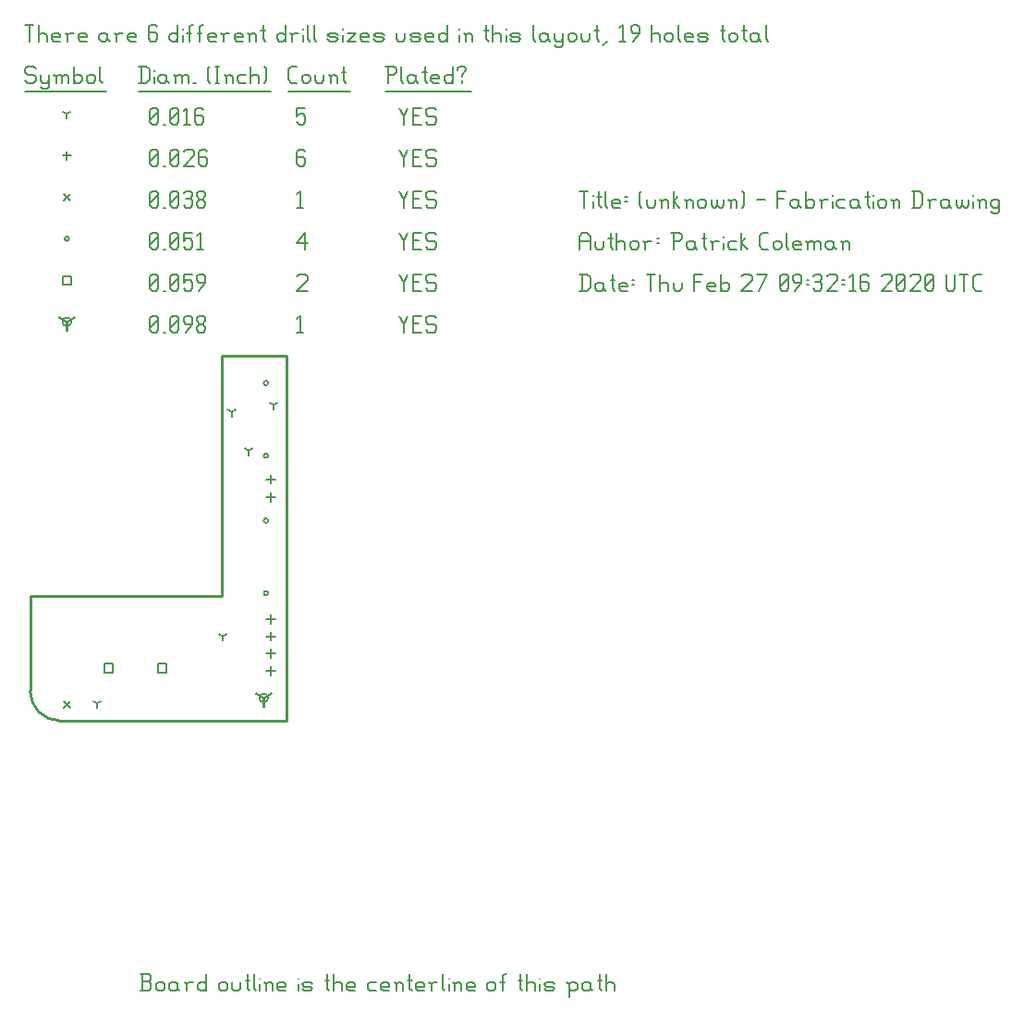
<source format=gbr>
G04 start of page 12 for group -3984 idx -3984 *
G04 Title: (unknown), fab *
G04 Creator: pcb 4.2.0 *
G04 CreationDate: Thu Feb 27 09:32:16 2020 UTC *
G04 For: blinken *
G04 Format: Gerber/RS-274X *
G04 PCB-Dimensions (mm): 65.00 56.00 *
G04 PCB-Coordinate-Origin: lower left *
%MOMM*%
%FSLAX43Y43*%
%LNFAB*%
%ADD68C,0.254*%
%ADD67C,0.191*%
%ADD66C,0.152*%
%ADD65C,0.002*%
%ADD64R,0.203X0.203*%
G54D64*X21850Y24400D02*Y23587D01*
G54D65*G36*
X21711Y24437D02*X22592Y24945D01*
X22693Y24769D01*
X21813Y24261D01*
X21711Y24437D01*
G37*
G36*
X21887Y24261D02*X21007Y24769D01*
X21108Y24945D01*
X21989Y24437D01*
X21887Y24261D01*
G37*
G54D64*X21444Y24400D02*G75*G03X22256Y24400I406J0D01*G01*
G75*G03X21444Y24400I-406J0D01*G01*
X3810Y58858D02*Y58045D01*
G54D65*G36*
X3671Y58895D02*X4552Y59403D01*
X4653Y59227D01*
X3773Y58719D01*
X3671Y58895D01*
G37*
G36*
X3847Y58719D02*X2967Y59227D01*
X3068Y59403D01*
X3949Y58895D01*
X3847Y58719D01*
G37*
G54D64*X3404Y58858D02*G75*G03X4216Y58858I406J0D01*G01*
G75*G03X3404Y58858I-406J0D01*G01*
G54D66*X34290Y59429D02*X34671Y58667D01*
X35052Y59429D01*
X34671Y58667D02*Y57905D01*
X35509Y58743D02*X36081D01*
X35509Y57905D02*X36271D01*
X35509Y59429D02*Y57905D01*
Y59429D02*X36271D01*
X37490D02*X37681Y59238D01*
X36919Y59429D02*X37490D01*
X36728Y59238D02*X36919Y59429D01*
X36728Y59238D02*Y58858D01*
X36919Y58667D01*
X37490D01*
X37681Y58476D01*
Y58096D01*
X37490Y57905D02*X37681Y58096D01*
X36919Y57905D02*X37490D01*
X36728Y58096D02*X36919Y57905D01*
X24892Y59124D02*X25197Y59429D01*
Y57905D01*
X24892D02*X25464D01*
X11430Y58096D02*X11620Y57905D01*
X11430Y59238D02*Y58096D01*
Y59238D02*X11620Y59429D01*
X12002D01*
X12192Y59238D01*
Y58096D01*
X12002Y57905D02*X12192Y58096D01*
X11620Y57905D02*X12002D01*
X11430Y58286D02*X12192Y59048D01*
X12649Y57905D02*X12840D01*
X13297Y58096D02*X13487Y57905D01*
X13297Y59238D02*Y58096D01*
Y59238D02*X13487Y59429D01*
X13868D01*
X14059Y59238D01*
Y58096D01*
X13868Y57905D02*X14059Y58096D01*
X13487Y57905D02*X13868D01*
X13297Y58286D02*X14059Y59048D01*
X14707Y57905D02*X15278Y58667D01*
Y59238D02*Y58667D01*
X15088Y59429D02*X15278Y59238D01*
X14707Y59429D02*X15088D01*
X14516Y59238D02*X14707Y59429D01*
X14516Y59238D02*Y58858D01*
X14707Y58667D01*
X15278D01*
X15735Y58096D02*X15926Y57905D01*
X15735Y58400D02*Y58096D01*
Y58400D02*X16002Y58667D01*
X16231D01*
X16497Y58400D01*
Y58096D01*
X16307Y57905D02*X16497Y58096D01*
X15926Y57905D02*X16307D01*
X15735Y58934D02*X16002Y58667D01*
X15735Y59238D02*Y58934D01*
Y59238D02*X15926Y59429D01*
X16307D01*
X16497Y59238D01*
Y58934D01*
X16231Y58667D02*X16497Y58934D01*
X12144Y27556D02*X12956D01*
X12144D02*Y26744D01*
X12956D01*
Y27556D02*Y26744D01*
X7244Y27556D02*X8056D01*
X7244D02*Y26744D01*
X8056D01*
Y27556D02*Y26744D01*
X3404Y63074D02*X4216D01*
X3404D02*Y62261D01*
X4216D01*
Y63074D02*Y62261D01*
X34290Y63239D02*X34671Y62477D01*
X35052Y63239D01*
X34671Y62477D02*Y61715D01*
X35509Y62553D02*X36081D01*
X35509Y61715D02*X36271D01*
X35509Y63239D02*Y61715D01*
Y63239D02*X36271D01*
X37490D02*X37681Y63048D01*
X36919Y63239D02*X37490D01*
X36728Y63048D02*X36919Y63239D01*
X36728Y63048D02*Y62668D01*
X36919Y62477D01*
X37490D01*
X37681Y62286D01*
Y61906D01*
X37490Y61715D02*X37681Y61906D01*
X36919Y61715D02*X37490D01*
X36728Y61906D02*X36919Y61715D01*
X24892Y63048D02*X25082Y63239D01*
X25654D01*
X25844Y63048D01*
Y62668D01*
X24892Y61715D02*X25844Y62668D01*
X24892Y61715D02*X25844D01*
X11430Y61906D02*X11620Y61715D01*
X11430Y63048D02*Y61906D01*
Y63048D02*X11620Y63239D01*
X12002D01*
X12192Y63048D01*
Y61906D01*
X12002Y61715D02*X12192Y61906D01*
X11620Y61715D02*X12002D01*
X11430Y62096D02*X12192Y62858D01*
X12649Y61715D02*X12840D01*
X13297Y61906D02*X13487Y61715D01*
X13297Y63048D02*Y61906D01*
Y63048D02*X13487Y63239D01*
X13868D01*
X14059Y63048D01*
Y61906D01*
X13868Y61715D02*X14059Y61906D01*
X13487Y61715D02*X13868D01*
X13297Y62096D02*X14059Y62858D01*
X14516Y63239D02*X15278D01*
X14516D02*Y62477D01*
X14707Y62668D01*
X15088D01*
X15278Y62477D01*
Y61906D01*
X15088Y61715D02*X15278Y61906D01*
X14707Y61715D02*X15088D01*
X14516Y61906D02*X14707Y61715D01*
X15926D02*X16497Y62477D01*
Y63048D02*Y62477D01*
X16307Y63239D02*X16497Y63048D01*
X15926Y63239D02*X16307D01*
X15735Y63048D02*X15926Y63239D01*
X15735Y63048D02*Y62668D01*
X15926Y62477D01*
X16497D01*
X21847Y34000D02*G75*G03X22253Y34000I203J0D01*G01*
G75*G03X21847Y34000I-203J0D01*G01*
Y40650D02*G75*G03X22253Y40650I203J0D01*G01*
G75*G03X21847Y40650I-203J0D01*G01*
Y46600D02*G75*G03X22253Y46600I203J0D01*G01*
G75*G03X21847Y46600I-203J0D01*G01*
Y53250D02*G75*G03X22253Y53250I203J0D01*G01*
G75*G03X21847Y53250I-203J0D01*G01*
X3607Y66478D02*G75*G03X4013Y66478I203J0D01*G01*
G75*G03X3607Y66478I-203J0D01*G01*
X34290Y67049D02*X34671Y66287D01*
X35052Y67049D01*
X34671Y66287D02*Y65525D01*
X35509Y66363D02*X36081D01*
X35509Y65525D02*X36271D01*
X35509Y67049D02*Y65525D01*
Y67049D02*X36271D01*
X37490D02*X37681Y66858D01*
X36919Y67049D02*X37490D01*
X36728Y66858D02*X36919Y67049D01*
X36728Y66858D02*Y66478D01*
X36919Y66287D01*
X37490D01*
X37681Y66096D01*
Y65716D01*
X37490Y65525D02*X37681Y65716D01*
X36919Y65525D02*X37490D01*
X36728Y65716D02*X36919Y65525D01*
X24892Y66096D02*X25654Y67049D01*
X24892Y66096D02*X25844D01*
X25654Y67049D02*Y65525D01*
X11430Y65716D02*X11620Y65525D01*
X11430Y66858D02*Y65716D01*
Y66858D02*X11620Y67049D01*
X12002D01*
X12192Y66858D01*
Y65716D01*
X12002Y65525D02*X12192Y65716D01*
X11620Y65525D02*X12002D01*
X11430Y65906D02*X12192Y66668D01*
X12649Y65525D02*X12840D01*
X13297Y65716D02*X13487Y65525D01*
X13297Y66858D02*Y65716D01*
Y66858D02*X13487Y67049D01*
X13868D01*
X14059Y66858D01*
Y65716D01*
X13868Y65525D02*X14059Y65716D01*
X13487Y65525D02*X13868D01*
X13297Y65906D02*X14059Y66668D01*
X14516Y67049D02*X15278D01*
X14516D02*Y66287D01*
X14707Y66478D01*
X15088D01*
X15278Y66287D01*
Y65716D01*
X15088Y65525D02*X15278Y65716D01*
X14707Y65525D02*X15088D01*
X14516Y65716D02*X14707Y65525D01*
X15735Y66744D02*X16040Y67049D01*
Y65525D01*
X15735D02*X16307D01*
X3495Y24105D02*X4105Y23495D01*
X3495D02*X4105Y24105D01*
X3505Y70592D02*X4115Y69983D01*
X3505D02*X4115Y70592D01*
X34290Y70859D02*X34671Y70097D01*
X35052Y70859D01*
X34671Y70097D02*Y69335D01*
X35509Y70173D02*X36081D01*
X35509Y69335D02*X36271D01*
X35509Y70859D02*Y69335D01*
Y70859D02*X36271D01*
X37490D02*X37681Y70668D01*
X36919Y70859D02*X37490D01*
X36728Y70668D02*X36919Y70859D01*
X36728Y70668D02*Y70288D01*
X36919Y70097D01*
X37490D01*
X37681Y69906D01*
Y69526D01*
X37490Y69335D02*X37681Y69526D01*
X36919Y69335D02*X37490D01*
X36728Y69526D02*X36919Y69335D01*
X24892Y70554D02*X25197Y70859D01*
Y69335D01*
X24892D02*X25464D01*
X11430Y69526D02*X11620Y69335D01*
X11430Y70668D02*Y69526D01*
Y70668D02*X11620Y70859D01*
X12002D01*
X12192Y70668D01*
Y69526D01*
X12002Y69335D02*X12192Y69526D01*
X11620Y69335D02*X12002D01*
X11430Y69716D02*X12192Y70478D01*
X12649Y69335D02*X12840D01*
X13297Y69526D02*X13487Y69335D01*
X13297Y70668D02*Y69526D01*
Y70668D02*X13487Y70859D01*
X13868D01*
X14059Y70668D01*
Y69526D01*
X13868Y69335D02*X14059Y69526D01*
X13487Y69335D02*X13868D01*
X13297Y69716D02*X14059Y70478D01*
X14516Y70668D02*X14707Y70859D01*
X15088D01*
X15278Y70668D01*
X15088Y69335D02*X15278Y69526D01*
X14707Y69335D02*X15088D01*
X14516Y69526D02*X14707Y69335D01*
Y70173D02*X15088D01*
X15278Y70668D02*Y70364D01*
Y69983D02*Y69526D01*
Y69983D02*X15088Y70173D01*
X15278Y70364D02*X15088Y70173D01*
X15735Y69526D02*X15926Y69335D01*
X15735Y69830D02*Y69526D01*
Y69830D02*X16002Y70097D01*
X16231D01*
X16497Y69830D01*
Y69526D01*
X16307Y69335D02*X16497Y69526D01*
X15926Y69335D02*X16307D01*
X15735Y70364D02*X16002Y70097D01*
X15735Y70668D02*Y70364D01*
Y70668D02*X15926Y70859D01*
X16307D01*
X16497Y70668D01*
Y70364D01*
X16231Y70097D02*X16497Y70364D01*
X22500Y27306D02*Y26494D01*
X22094Y26900D02*X22906D01*
X22500Y28906D02*Y28094D01*
X22094Y28500D02*X22906D01*
X22500Y30456D02*Y29644D01*
X22094Y30050D02*X22906D01*
X22500Y32006D02*Y31194D01*
X22094Y31600D02*X22906D01*
X22500Y43206D02*Y42394D01*
X22094Y42800D02*X22906D01*
X22500Y44856D02*Y44044D01*
X22094Y44450D02*X22906D01*
X3810Y74504D02*Y73691D01*
X3404Y74098D02*X4216D01*
X34290Y74669D02*X34671Y73907D01*
X35052Y74669D01*
X34671Y73907D02*Y73145D01*
X35509Y73983D02*X36081D01*
X35509Y73145D02*X36271D01*
X35509Y74669D02*Y73145D01*
Y74669D02*X36271D01*
X37490D02*X37681Y74478D01*
X36919Y74669D02*X37490D01*
X36728Y74478D02*X36919Y74669D01*
X36728Y74478D02*Y74098D01*
X36919Y73907D01*
X37490D01*
X37681Y73716D01*
Y73336D01*
X37490Y73145D02*X37681Y73336D01*
X36919Y73145D02*X37490D01*
X36728Y73336D02*X36919Y73145D01*
X25464Y74669D02*X25654Y74478D01*
X25082Y74669D02*X25464D01*
X24892Y74478D02*X25082Y74669D01*
X24892Y74478D02*Y73336D01*
X25082Y73145D01*
X25464Y73983D02*X25654Y73793D01*
X24892Y73983D02*X25464D01*
X25082Y73145D02*X25464D01*
X25654Y73336D01*
Y73793D02*Y73336D01*
X11430D02*X11620Y73145D01*
X11430Y74478D02*Y73336D01*
Y74478D02*X11620Y74669D01*
X12002D01*
X12192Y74478D01*
Y73336D01*
X12002Y73145D02*X12192Y73336D01*
X11620Y73145D02*X12002D01*
X11430Y73526D02*X12192Y74288D01*
X12649Y73145D02*X12840D01*
X13297Y73336D02*X13487Y73145D01*
X13297Y74478D02*Y73336D01*
Y74478D02*X13487Y74669D01*
X13868D01*
X14059Y74478D01*
Y73336D01*
X13868Y73145D02*X14059Y73336D01*
X13487Y73145D02*X13868D01*
X13297Y73526D02*X14059Y74288D01*
X14516Y74478D02*X14707Y74669D01*
X15278D01*
X15469Y74478D01*
Y74098D01*
X14516Y73145D02*X15469Y74098D01*
X14516Y73145D02*X15469D01*
X16497Y74669D02*X16688Y74478D01*
X16116Y74669D02*X16497D01*
X15926Y74478D02*X16116Y74669D01*
X15926Y74478D02*Y73336D01*
X16116Y73145D01*
X16497Y73983D02*X16688Y73793D01*
X15926Y73983D02*X16497D01*
X16116Y73145D02*X16497D01*
X16688Y73336D01*
Y73793D02*Y73336D01*
X18100Y30050D02*Y29644D01*
Y30050D02*X18452Y30253D01*
X18100Y30050D02*X17748Y30253D01*
X22750Y51250D02*Y50844D01*
Y51250D02*X23102Y51453D01*
X22750Y51250D02*X22398Y51453D01*
X18900Y50600D02*Y50194D01*
Y50600D02*X19252Y50803D01*
X18900Y50600D02*X18548Y50803D01*
X20450Y47050D02*Y46644D01*
Y47050D02*X20802Y47253D01*
X20450Y47050D02*X20098Y47253D01*
X6575Y23900D02*Y23494D01*
Y23900D02*X6927Y24103D01*
X6575Y23900D02*X6223Y24103D01*
X3810Y77908D02*Y77501D01*
Y77908D02*X4162Y78111D01*
X3810Y77908D02*X3458Y78111D01*
X34290Y78479D02*X34671Y77717D01*
X35052Y78479D01*
X34671Y77717D02*Y76955D01*
X35509Y77793D02*X36081D01*
X35509Y76955D02*X36271D01*
X35509Y78479D02*Y76955D01*
Y78479D02*X36271D01*
X37490D02*X37681Y78288D01*
X36919Y78479D02*X37490D01*
X36728Y78288D02*X36919Y78479D01*
X36728Y78288D02*Y77908D01*
X36919Y77717D01*
X37490D01*
X37681Y77526D01*
Y77146D01*
X37490Y76955D02*X37681Y77146D01*
X36919Y76955D02*X37490D01*
X36728Y77146D02*X36919Y76955D01*
X24892Y78479D02*X25654D01*
X24892D02*Y77717D01*
X25082Y77908D01*
X25464D01*
X25654Y77717D01*
Y77146D01*
X25464Y76955D02*X25654Y77146D01*
X25082Y76955D02*X25464D01*
X24892Y77146D02*X25082Y76955D01*
X11430Y77146D02*X11620Y76955D01*
X11430Y78288D02*Y77146D01*
Y78288D02*X11620Y78479D01*
X12002D01*
X12192Y78288D01*
Y77146D01*
X12002Y76955D02*X12192Y77146D01*
X11620Y76955D02*X12002D01*
X11430Y77336D02*X12192Y78098D01*
X12649Y76955D02*X12840D01*
X13297Y77146D02*X13487Y76955D01*
X13297Y78288D02*Y77146D01*
Y78288D02*X13487Y78479D01*
X13868D01*
X14059Y78288D01*
Y77146D01*
X13868Y76955D02*X14059Y77146D01*
X13487Y76955D02*X13868D01*
X13297Y77336D02*X14059Y78098D01*
X14516Y78174D02*X14821Y78479D01*
Y76955D01*
X14516D02*X15088D01*
X16116Y78479D02*X16307Y78288D01*
X15735Y78479D02*X16116D01*
X15545Y78288D02*X15735Y78479D01*
X15545Y78288D02*Y77146D01*
X15735Y76955D01*
X16116Y77793D02*X16307Y77603D01*
X15545Y77793D02*X16116D01*
X15735Y76955D02*X16116D01*
X16307Y77146D01*
Y77603D02*Y77146D01*
X762Y82289D02*X952Y82098D01*
X190Y82289D02*X762D01*
X0Y82098D02*X190Y82289D01*
X0Y82098D02*Y81718D01*
X190Y81527D01*
X762D01*
X952Y81336D01*
Y80956D01*
X762Y80765D02*X952Y80956D01*
X190Y80765D02*X762D01*
X0Y80956D02*X190Y80765D01*
X1410Y81527D02*Y80956D01*
X1600Y80765D01*
X2172Y81527D02*Y80384D01*
X1981Y80194D02*X2172Y80384D01*
X1600Y80194D02*X1981D01*
X1410Y80384D02*X1600Y80194D01*
Y80765D02*X1981D01*
X2172Y80956D01*
X2819Y81336D02*Y80765D01*
Y81336D02*X3010Y81527D01*
X3200D01*
X3391Y81336D01*
Y80765D01*
Y81336D02*X3581Y81527D01*
X3772D01*
X3962Y81336D01*
Y80765D01*
X2629Y81527D02*X2819Y81336D01*
X4420Y82289D02*Y80765D01*
Y80956D02*X4610Y80765D01*
X4991D01*
X5182Y80956D01*
Y81336D02*Y80956D01*
X4991Y81527D02*X5182Y81336D01*
X4610Y81527D02*X4991D01*
X4420Y81336D02*X4610Y81527D01*
X5639Y81336D02*Y80956D01*
Y81336D02*X5829Y81527D01*
X6210D01*
X6401Y81336D01*
Y80956D01*
X6210Y80765D02*X6401Y80956D01*
X5829Y80765D02*X6210D01*
X5639Y80956D02*X5829Y80765D01*
X6858Y82289D02*Y80956D01*
X7049Y80765D01*
X0Y79939D02*X7430D01*
X10604Y82289D02*Y80765D01*
X11100Y82289D02*X11366Y82022D01*
Y81032D01*
X11100Y80765D02*X11366Y81032D01*
X10414Y80765D02*X11100D01*
X10414Y82289D02*X11100D01*
G54D67*X11824Y81908D02*Y81870D01*
G54D66*Y81336D02*Y80765D01*
X12776Y81527D02*X12967Y81336D01*
X12395Y81527D02*X12776D01*
X12205Y81336D02*X12395Y81527D01*
X12205Y81336D02*Y80956D01*
X12395Y80765D01*
X12967Y81527D02*Y80956D01*
X13157Y80765D01*
X12395D02*X12776D01*
X12967Y80956D01*
X13805Y81336D02*Y80765D01*
Y81336D02*X13995Y81527D01*
X14186D01*
X14376Y81336D01*
Y80765D01*
Y81336D02*X14567Y81527D01*
X14757D01*
X14948Y81336D01*
Y80765D01*
X13614Y81527D02*X13805Y81336D01*
X15405Y80765D02*X15596D01*
X16739Y80956D02*X16929Y80765D01*
X16739Y82098D02*X16929Y82289D01*
X16739Y82098D02*Y80956D01*
X17386Y82289D02*X17767D01*
X17577D02*Y80765D01*
X17386D02*X17767D01*
X18415Y81336D02*Y80765D01*
Y81336D02*X18606Y81527D01*
X18796D01*
X18987Y81336D01*
Y80765D01*
X18225Y81527D02*X18415Y81336D01*
X19634Y81527D02*X20206D01*
X19444Y81336D02*X19634Y81527D01*
X19444Y81336D02*Y80956D01*
X19634Y80765D01*
X20206D01*
X20663Y82289D02*Y80765D01*
Y81336D02*X20853Y81527D01*
X21234D01*
X21425Y81336D01*
Y80765D01*
X21882Y82289D02*X22073Y82098D01*
Y80956D01*
X21882Y80765D02*X22073Y80956D01*
X10414Y79939D02*X22530D01*
X24397Y80765D02*X24892D01*
X24130Y81032D02*X24397Y80765D01*
X24130Y82022D02*Y81032D01*
Y82022D02*X24397Y82289D01*
X24892D01*
X25349Y81336D02*Y80956D01*
Y81336D02*X25540Y81527D01*
X25921D01*
X26111Y81336D01*
Y80956D01*
X25921Y80765D02*X26111Y80956D01*
X25540Y80765D02*X25921D01*
X25349Y80956D02*X25540Y80765D01*
X26568Y81527D02*Y80956D01*
X26759Y80765D01*
X27140D01*
X27330Y80956D01*
Y81527D02*Y80956D01*
X27978Y81336D02*Y80765D01*
Y81336D02*X28169Y81527D01*
X28359D01*
X28550Y81336D01*
Y80765D01*
X27788Y81527D02*X27978Y81336D01*
X29197Y82289D02*Y80956D01*
X29388Y80765D01*
X29007Y81718D02*X29388D01*
X24130Y79939D02*X29769D01*
X33210Y82289D02*Y80765D01*
X33020Y82289D02*X33782D01*
X33972Y82098D01*
Y81718D01*
X33782Y81527D02*X33972Y81718D01*
X33210Y81527D02*X33782D01*
X34430Y82289D02*Y80956D01*
X34620Y80765D01*
X35573Y81527D02*X35763Y81336D01*
X35192Y81527D02*X35573D01*
X35001Y81336D02*X35192Y81527D01*
X35001Y81336D02*Y80956D01*
X35192Y80765D01*
X35763Y81527D02*Y80956D01*
X35954Y80765D01*
X35192D02*X35573D01*
X35763Y80956D01*
X36601Y82289D02*Y80956D01*
X36792Y80765D01*
X36411Y81718D02*X36792D01*
X37363Y80765D02*X37935D01*
X37173Y80956D02*X37363Y80765D01*
X37173Y81336D02*Y80956D01*
Y81336D02*X37363Y81527D01*
X37744D01*
X37935Y81336D01*
X37173Y81146D02*X37935D01*
Y81336D02*Y81146D01*
X39154Y82289D02*Y80765D01*
X38964D02*X39154Y80956D01*
X38583Y80765D02*X38964D01*
X38392Y80956D02*X38583Y80765D01*
X38392Y81336D02*Y80956D01*
Y81336D02*X38583Y81527D01*
X38964D01*
X39154Y81336D01*
X39992Y81527D02*Y81336D01*
Y80956D02*Y80765D01*
X39611Y82098D02*Y81908D01*
Y82098D02*X39802Y82289D01*
X40183D01*
X40373Y82098D01*
Y81908D01*
X39992Y81527D02*X40373Y81908D01*
X33020Y79939D02*X40831D01*
X0Y86099D02*X762D01*
X381D02*Y84575D01*
X1219Y86099D02*Y84575D01*
Y85146D02*X1410Y85337D01*
X1791D01*
X1981Y85146D01*
Y84575D01*
X2629D02*X3200D01*
X2438Y84766D02*X2629Y84575D01*
X2438Y85146D02*Y84766D01*
Y85146D02*X2629Y85337D01*
X3010D01*
X3200Y85146D01*
X2438Y84956D02*X3200D01*
Y85146D02*Y84956D01*
X3848Y85146D02*Y84575D01*
Y85146D02*X4039Y85337D01*
X4420D01*
X3658D02*X3848Y85146D01*
X5067Y84575D02*X5639D01*
X4877Y84766D02*X5067Y84575D01*
X4877Y85146D02*Y84766D01*
Y85146D02*X5067Y85337D01*
X5448D01*
X5639Y85146D01*
X4877Y84956D02*X5639D01*
Y85146D02*Y84956D01*
X7353Y85337D02*X7544Y85146D01*
X6972Y85337D02*X7353D01*
X6782Y85146D02*X6972Y85337D01*
X6782Y85146D02*Y84766D01*
X6972Y84575D01*
X7544Y85337D02*Y84766D01*
X7734Y84575D01*
X6972D02*X7353D01*
X7544Y84766D01*
X8382Y85146D02*Y84575D01*
Y85146D02*X8573Y85337D01*
X8954D01*
X8192D02*X8382Y85146D01*
X9601Y84575D02*X10173D01*
X9411Y84766D02*X9601Y84575D01*
X9411Y85146D02*Y84766D01*
Y85146D02*X9601Y85337D01*
X9982D01*
X10173Y85146D01*
X9411Y84956D02*X10173D01*
Y85146D02*Y84956D01*
X11887Y86099D02*X12078Y85908D01*
X11506Y86099D02*X11887D01*
X11316Y85908D02*X11506Y86099D01*
X11316Y85908D02*Y84766D01*
X11506Y84575D01*
X11887Y85413D02*X12078Y85223D01*
X11316Y85413D02*X11887D01*
X11506Y84575D02*X11887D01*
X12078Y84766D01*
Y85223D02*Y84766D01*
X13983Y86099D02*Y84575D01*
X13792D02*X13983Y84766D01*
X13411Y84575D02*X13792D01*
X13221Y84766D02*X13411Y84575D01*
X13221Y85146D02*Y84766D01*
Y85146D02*X13411Y85337D01*
X13792D01*
X13983Y85146D01*
G54D67*X14440Y85718D02*Y85680D01*
G54D66*Y85146D02*Y84575D01*
X15011Y85908D02*Y84575D01*
Y85908D02*X15202Y86099D01*
X15392D01*
X14821Y85337D02*X15202D01*
X15964Y85908D02*Y84575D01*
Y85908D02*X16154Y86099D01*
X16345D01*
X15773Y85337D02*X16154D01*
X16916Y84575D02*X17488D01*
X16726Y84766D02*X16916Y84575D01*
X16726Y85146D02*Y84766D01*
Y85146D02*X16916Y85337D01*
X17297D01*
X17488Y85146D01*
X16726Y84956D02*X17488D01*
Y85146D02*Y84956D01*
X18136Y85146D02*Y84575D01*
Y85146D02*X18326Y85337D01*
X18707D01*
X17945D02*X18136Y85146D01*
X19355Y84575D02*X19926D01*
X19164Y84766D02*X19355Y84575D01*
X19164Y85146D02*Y84766D01*
Y85146D02*X19355Y85337D01*
X19736D01*
X19926Y85146D01*
X19164Y84956D02*X19926D01*
Y85146D02*Y84956D01*
X20574Y85146D02*Y84575D01*
Y85146D02*X20765Y85337D01*
X20955D01*
X21146Y85146D01*
Y84575D01*
X20384Y85337D02*X20574Y85146D01*
X21793Y86099D02*Y84766D01*
X21984Y84575D01*
X21603Y85528D02*X21984D01*
X23813Y86099D02*Y84575D01*
X23622D02*X23813Y84766D01*
X23241Y84575D02*X23622D01*
X23051Y84766D02*X23241Y84575D01*
X23051Y85146D02*Y84766D01*
Y85146D02*X23241Y85337D01*
X23622D01*
X23813Y85146D01*
X24460D02*Y84575D01*
Y85146D02*X24651Y85337D01*
X25032D01*
X24270D02*X24460Y85146D01*
G54D67*X25489Y85718D02*Y85680D01*
G54D66*Y85146D02*Y84575D01*
X25870Y86099D02*Y84766D01*
X26060Y84575D01*
X26441Y86099D02*Y84766D01*
X26632Y84575D01*
X27889D02*X28461D01*
X28651Y84766D01*
X28461Y84956D02*X28651Y84766D01*
X27889Y84956D02*X28461D01*
X27699Y85146D02*X27889Y84956D01*
X27699Y85146D02*X27889Y85337D01*
X28461D01*
X28651Y85146D01*
X27699Y84766D02*X27889Y84575D01*
G54D67*X29108Y85718D02*Y85680D01*
G54D66*Y85146D02*Y84575D01*
X29489Y85337D02*X30251D01*
X29489Y84575D02*X30251Y85337D01*
X29489Y84575D02*X30251D01*
X30899D02*X31471D01*
X30709Y84766D02*X30899Y84575D01*
X30709Y85146D02*Y84766D01*
Y85146D02*X30899Y85337D01*
X31280D01*
X31471Y85146D01*
X30709Y84956D02*X31471D01*
Y85146D02*Y84956D01*
X32118Y84575D02*X32690D01*
X32880Y84766D01*
X32690Y84956D02*X32880Y84766D01*
X32118Y84956D02*X32690D01*
X31928Y85146D02*X32118Y84956D01*
X31928Y85146D02*X32118Y85337D01*
X32690D01*
X32880Y85146D01*
X31928Y84766D02*X32118Y84575D01*
X34023Y85337D02*Y84766D01*
X34214Y84575D01*
X34595D01*
X34785Y84766D01*
Y85337D02*Y84766D01*
X35433Y84575D02*X36005D01*
X36195Y84766D01*
X36005Y84956D02*X36195Y84766D01*
X35433Y84956D02*X36005D01*
X35243Y85146D02*X35433Y84956D01*
X35243Y85146D02*X35433Y85337D01*
X36005D01*
X36195Y85146D01*
X35243Y84766D02*X35433Y84575D01*
X36843D02*X37414D01*
X36652Y84766D02*X36843Y84575D01*
X36652Y85146D02*Y84766D01*
Y85146D02*X36843Y85337D01*
X37224D01*
X37414Y85146D01*
X36652Y84956D02*X37414D01*
Y85146D02*Y84956D01*
X38633Y86099D02*Y84575D01*
X38443D02*X38633Y84766D01*
X38062Y84575D02*X38443D01*
X37871Y84766D02*X38062Y84575D01*
X37871Y85146D02*Y84766D01*
Y85146D02*X38062Y85337D01*
X38443D01*
X38633Y85146D01*
G54D67*X39776Y85718D02*Y85680D01*
G54D66*Y85146D02*Y84575D01*
X40348Y85146D02*Y84575D01*
Y85146D02*X40538Y85337D01*
X40729D01*
X40919Y85146D01*
Y84575D01*
X40157Y85337D02*X40348Y85146D01*
X42253Y86099D02*Y84766D01*
X42443Y84575D01*
X42062Y85528D02*X42443D01*
X42824Y86099D02*Y84575D01*
Y85146D02*X43015Y85337D01*
X43396D01*
X43586Y85146D01*
Y84575D01*
G54D67*X44044Y85718D02*Y85680D01*
G54D66*Y85146D02*Y84575D01*
X44615D02*X45187D01*
X45377Y84766D01*
X45187Y84956D02*X45377Y84766D01*
X44615Y84956D02*X45187D01*
X44425Y85146D02*X44615Y84956D01*
X44425Y85146D02*X44615Y85337D01*
X45187D01*
X45377Y85146D01*
X44425Y84766D02*X44615Y84575D01*
X46520Y86099D02*Y84766D01*
X46711Y84575D01*
X47663Y85337D02*X47854Y85146D01*
X47282Y85337D02*X47663D01*
X47092Y85146D02*X47282Y85337D01*
X47092Y85146D02*Y84766D01*
X47282Y84575D01*
X47854Y85337D02*Y84766D01*
X48044Y84575D01*
X47282D02*X47663D01*
X47854Y84766D01*
X48501Y85337D02*Y84766D01*
X48692Y84575D01*
X49263Y85337D02*Y84194D01*
X49073Y84004D02*X49263Y84194D01*
X48692Y84004D02*X49073D01*
X48501Y84194D02*X48692Y84004D01*
Y84575D02*X49073D01*
X49263Y84766D01*
X49721Y85146D02*Y84766D01*
Y85146D02*X49911Y85337D01*
X50292D01*
X50483Y85146D01*
Y84766D01*
X50292Y84575D02*X50483Y84766D01*
X49911Y84575D02*X50292D01*
X49721Y84766D02*X49911Y84575D01*
X50940Y85337D02*Y84766D01*
X51130Y84575D01*
X51511D01*
X51702Y84766D01*
Y85337D02*Y84766D01*
X52349Y86099D02*Y84766D01*
X52540Y84575D01*
X52159Y85528D02*X52540D01*
X52921Y84194D02*X53302Y84575D01*
X54445Y85794D02*X54750Y86099D01*
Y84575D01*
X54445D02*X55016D01*
X55664D02*X56236Y85337D01*
Y85908D02*Y85337D01*
X56045Y86099D02*X56236Y85908D01*
X55664Y86099D02*X56045D01*
X55474Y85908D02*X55664Y86099D01*
X55474Y85908D02*Y85528D01*
X55664Y85337D01*
X56236D01*
X57379Y86099D02*Y84575D01*
Y85146D02*X57569Y85337D01*
X57950D01*
X58141Y85146D01*
Y84575D01*
X58598Y85146D02*Y84766D01*
Y85146D02*X58788Y85337D01*
X59169D01*
X59360Y85146D01*
Y84766D01*
X59169Y84575D02*X59360Y84766D01*
X58788Y84575D02*X59169D01*
X58598Y84766D02*X58788Y84575D01*
X59817Y86099D02*Y84766D01*
X60008Y84575D01*
X60579D02*X61151D01*
X60389Y84766D02*X60579Y84575D01*
X60389Y85146D02*Y84766D01*
Y85146D02*X60579Y85337D01*
X60960D01*
X61151Y85146D01*
X60389Y84956D02*X61151D01*
Y85146D02*Y84956D01*
X61798Y84575D02*X62370D01*
X62560Y84766D01*
X62370Y84956D02*X62560Y84766D01*
X61798Y84956D02*X62370D01*
X61608Y85146D02*X61798Y84956D01*
X61608Y85146D02*X61798Y85337D01*
X62370D01*
X62560Y85146D01*
X61608Y84766D02*X61798Y84575D01*
X63894Y86099D02*Y84766D01*
X64084Y84575D01*
X63703Y85528D02*X64084D01*
X64465Y85146D02*Y84766D01*
Y85146D02*X64656Y85337D01*
X65037D01*
X65227Y85146D01*
Y84766D01*
X65037Y84575D02*X65227Y84766D01*
X64656Y84575D02*X65037D01*
X64465Y84766D02*X64656Y84575D01*
X65875Y86099D02*Y84766D01*
X66065Y84575D01*
X65684Y85528D02*X66065D01*
X67018Y85337D02*X67208Y85146D01*
X66637Y85337D02*X67018D01*
X66446Y85146D02*X66637Y85337D01*
X66446Y85146D02*Y84766D01*
X66637Y84575D01*
X67208Y85337D02*Y84766D01*
X67399Y84575D01*
X66637D02*X67018D01*
X67208Y84766D01*
X67856Y86099D02*Y84766D01*
X68047Y84575D01*
G54D68*X18050Y55750D02*Y39400D01*
Y55750D02*X23950D01*
X3050Y22300D02*X23900D01*
X23950Y55750D02*Y22300D01*
X18050Y39350D02*Y33700D01*
X450D01*
Y25100D02*Y33700D01*
Y25050D02*G75*G03X3200Y22300I2750J0D01*G01*
G54D66*X10573Y-2413D02*X11335D01*
X11526Y-2222D01*
Y-1765D02*Y-2222D01*
X11335Y-1575D02*X11526Y-1765D01*
X10764Y-1575D02*X11335D01*
X10764Y-889D02*Y-2413D01*
X10573Y-889D02*X11335D01*
X11526Y-1080D01*
Y-1384D01*
X11335Y-1575D02*X11526Y-1384D01*
X11983Y-1842D02*Y-2222D01*
Y-1842D02*X12174Y-1651D01*
X12555D01*
X12745Y-1842D01*
Y-2222D01*
X12555Y-2413D02*X12745Y-2222D01*
X12174Y-2413D02*X12555D01*
X11983Y-2222D02*X12174Y-2413D01*
X13774Y-1651D02*X13964Y-1842D01*
X13393Y-1651D02*X13774D01*
X13202Y-1842D02*X13393Y-1651D01*
X13202Y-1842D02*Y-2222D01*
X13393Y-2413D01*
X13964Y-1651D02*Y-2222D01*
X14155Y-2413D01*
X13393D02*X13774D01*
X13964Y-2222D01*
X14803Y-1842D02*Y-2413D01*
Y-1842D02*X14993Y-1651D01*
X15374D01*
X14612D02*X14803Y-1842D01*
X16593Y-889D02*Y-2413D01*
X16403D02*X16593Y-2222D01*
X16022Y-2413D02*X16403D01*
X15831Y-2222D02*X16022Y-2413D01*
X15831Y-1842D02*Y-2222D01*
Y-1842D02*X16022Y-1651D01*
X16403D01*
X16593Y-1842D01*
X17736D02*Y-2222D01*
Y-1842D02*X17927Y-1651D01*
X18308D01*
X18498Y-1842D01*
Y-2222D01*
X18308Y-2413D02*X18498Y-2222D01*
X17927Y-2413D02*X18308D01*
X17736Y-2222D02*X17927Y-2413D01*
X18955Y-1651D02*Y-2222D01*
X19146Y-2413D01*
X19527D01*
X19717Y-2222D01*
Y-1651D02*Y-2222D01*
X20365Y-889D02*Y-2222D01*
X20556Y-2413D01*
X20175Y-1460D02*X20556D01*
X20937Y-889D02*Y-2222D01*
X21127Y-2413D01*
G54D67*X21508Y-1270D02*Y-1308D01*
G54D66*Y-1842D02*Y-2413D01*
X22080Y-1842D02*Y-2413D01*
Y-1842D02*X22270Y-1651D01*
X22461D01*
X22651Y-1842D01*
Y-2413D01*
X21889Y-1651D02*X22080Y-1842D01*
X23299Y-2413D02*X23870D01*
X23108Y-2222D02*X23299Y-2413D01*
X23108Y-1842D02*Y-2222D01*
Y-1842D02*X23299Y-1651D01*
X23680D01*
X23870Y-1842D01*
X23108Y-2032D02*X23870D01*
Y-1842D02*Y-2032D01*
G54D67*X25013Y-1270D02*Y-1308D01*
G54D66*Y-1842D02*Y-2413D01*
X25585D02*X26156D01*
X26347Y-2222D01*
X26156Y-2032D02*X26347Y-2222D01*
X25585Y-2032D02*X26156D01*
X25394Y-1842D02*X25585Y-2032D01*
X25394Y-1842D02*X25585Y-1651D01*
X26156D01*
X26347Y-1842D01*
X25394Y-2222D02*X25585Y-2413D01*
X27680Y-889D02*Y-2222D01*
X27871Y-2413D01*
X27490Y-1460D02*X27871D01*
X28252Y-889D02*Y-2413D01*
Y-1842D02*X28442Y-1651D01*
X28823D01*
X29014Y-1842D01*
Y-2413D01*
X29662D02*X30233D01*
X29471Y-2222D02*X29662Y-2413D01*
X29471Y-1842D02*Y-2222D01*
Y-1842D02*X29662Y-1651D01*
X30043D01*
X30233Y-1842D01*
X29471Y-2032D02*X30233D01*
Y-1842D02*Y-2032D01*
X31567Y-1651D02*X32138D01*
X31376Y-1842D02*X31567Y-1651D01*
X31376Y-1842D02*Y-2222D01*
X31567Y-2413D01*
X32138D01*
X32786D02*X33357D01*
X32595Y-2222D02*X32786Y-2413D01*
X32595Y-1842D02*Y-2222D01*
Y-1842D02*X32786Y-1651D01*
X33167D01*
X33357Y-1842D01*
X32595Y-2032D02*X33357D01*
Y-1842D02*Y-2032D01*
X34005Y-1842D02*Y-2413D01*
Y-1842D02*X34195Y-1651D01*
X34386D01*
X34576Y-1842D01*
Y-2413D01*
X33814Y-1651D02*X34005Y-1842D01*
X35224Y-889D02*Y-2222D01*
X35415Y-2413D01*
X35034Y-1460D02*X35415D01*
X35986Y-2413D02*X36558D01*
X35796Y-2222D02*X35986Y-2413D01*
X35796Y-1842D02*Y-2222D01*
Y-1842D02*X35986Y-1651D01*
X36367D01*
X36558Y-1842D01*
X35796Y-2032D02*X36558D01*
Y-1842D02*Y-2032D01*
X37205Y-1842D02*Y-2413D01*
Y-1842D02*X37396Y-1651D01*
X37777D01*
X37015D02*X37205Y-1842D01*
X38234Y-889D02*Y-2222D01*
X38425Y-2413D01*
G54D67*X38806Y-1270D02*Y-1308D01*
G54D66*Y-1842D02*Y-2413D01*
X39377Y-1842D02*Y-2413D01*
Y-1842D02*X39568Y-1651D01*
X39758D01*
X39949Y-1842D01*
Y-2413D01*
X39187Y-1651D02*X39377Y-1842D01*
X40596Y-2413D02*X41168D01*
X40406Y-2222D02*X40596Y-2413D01*
X40406Y-1842D02*Y-2222D01*
Y-1842D02*X40596Y-1651D01*
X40977D01*
X41168Y-1842D01*
X40406Y-2032D02*X41168D01*
Y-1842D02*Y-2032D01*
X42311Y-1842D02*Y-2222D01*
Y-1842D02*X42501Y-1651D01*
X42882D01*
X43073Y-1842D01*
Y-2222D01*
X42882Y-2413D02*X43073Y-2222D01*
X42501Y-2413D02*X42882D01*
X42311Y-2222D02*X42501Y-2413D01*
X43720Y-1080D02*Y-2413D01*
Y-1080D02*X43911Y-889D01*
X44101D01*
X43530Y-1651D02*X43911D01*
X45359Y-889D02*Y-2222D01*
X45549Y-2413D01*
X45168Y-1460D02*X45549D01*
X45930Y-889D02*Y-2413D01*
Y-1842D02*X46121Y-1651D01*
X46502D01*
X46692Y-1842D01*
Y-2413D01*
G54D67*X47149Y-1270D02*Y-1308D01*
G54D66*Y-1842D02*Y-2413D01*
X47721D02*X48292D01*
X48483Y-2222D01*
X48292Y-2032D02*X48483Y-2222D01*
X47721Y-2032D02*X48292D01*
X47530Y-1842D02*X47721Y-2032D01*
X47530Y-1842D02*X47721Y-1651D01*
X48292D01*
X48483Y-1842D01*
X47530Y-2222D02*X47721Y-2413D01*
X49816Y-1842D02*Y-2984D01*
X49626Y-1651D02*X49816Y-1842D01*
X50007Y-1651D01*
X50388D01*
X50578Y-1842D01*
Y-2222D01*
X50388Y-2413D02*X50578Y-2222D01*
X50007Y-2413D02*X50388D01*
X49816Y-2222D02*X50007Y-2413D01*
X51607Y-1651D02*X51798Y-1842D01*
X51226Y-1651D02*X51607D01*
X51036Y-1842D02*X51226Y-1651D01*
X51036Y-1842D02*Y-2222D01*
X51226Y-2413D01*
X51798Y-1651D02*Y-2222D01*
X51988Y-2413D01*
X51226D02*X51607D01*
X51798Y-2222D01*
X52636Y-889D02*Y-2222D01*
X52826Y-2413D01*
X52445Y-1460D02*X52826D01*
X53207Y-889D02*Y-2413D01*
Y-1842D02*X53398Y-1651D01*
X53779D01*
X53969Y-1842D01*
Y-2413D01*
X50990Y63239D02*Y61715D01*
X51486Y63239D02*X51752Y62972D01*
Y61982D01*
X51486Y61715D02*X51752Y61982D01*
X50800Y61715D02*X51486D01*
X50800Y63239D02*X51486D01*
X52781Y62477D02*X52972Y62286D01*
X52400Y62477D02*X52781D01*
X52210Y62286D02*X52400Y62477D01*
X52210Y62286D02*Y61906D01*
X52400Y61715D01*
X52972Y62477D02*Y61906D01*
X53162Y61715D01*
X52400D02*X52781D01*
X52972Y61906D01*
X53810Y63239D02*Y61906D01*
X54000Y61715D01*
X53619Y62668D02*X54000D01*
X54572Y61715D02*X55143D01*
X54381Y61906D02*X54572Y61715D01*
X54381Y62286D02*Y61906D01*
Y62286D02*X54572Y62477D01*
X54953D01*
X55143Y62286D01*
X54381Y62096D02*X55143D01*
Y62286D02*Y62096D01*
X55601Y62668D02*X55791D01*
X55601Y62286D02*X55791D01*
X56934Y63239D02*X57696D01*
X57315D02*Y61715D01*
X58153Y63239D02*Y61715D01*
Y62286D02*X58344Y62477D01*
X58725D01*
X58915Y62286D01*
Y61715D01*
X59373Y62477D02*Y61906D01*
X59563Y61715D01*
X59944D01*
X60135Y61906D01*
Y62477D02*Y61906D01*
X61278Y63239D02*Y61715D01*
Y63239D02*X62040D01*
X61278Y62553D02*X61849D01*
X62687Y61715D02*X63259D01*
X62497Y61906D02*X62687Y61715D01*
X62497Y62286D02*Y61906D01*
Y62286D02*X62687Y62477D01*
X63068D01*
X63259Y62286D01*
X62497Y62096D02*X63259D01*
Y62286D02*Y62096D01*
X63716Y63239D02*Y61715D01*
Y61906D02*X63906Y61715D01*
X64287D01*
X64478Y61906D01*
Y62286D02*Y61906D01*
X64287Y62477D02*X64478Y62286D01*
X63906Y62477D02*X64287D01*
X63716Y62286D02*X63906Y62477D01*
X65621Y63048D02*X65811Y63239D01*
X66383D01*
X66573Y63048D01*
Y62668D01*
X65621Y61715D02*X66573Y62668D01*
X65621Y61715D02*X66573D01*
X67221D02*X67983Y63239D01*
X67031D02*X67983D01*
X69126Y61906D02*X69317Y61715D01*
X69126Y63048D02*Y61906D01*
Y63048D02*X69317Y63239D01*
X69698D01*
X69888Y63048D01*
Y61906D01*
X69698Y61715D02*X69888Y61906D01*
X69317Y61715D02*X69698D01*
X69126Y62096D02*X69888Y62858D01*
X70536Y61715D02*X71107Y62477D01*
Y63048D02*Y62477D01*
X70917Y63239D02*X71107Y63048D01*
X70536Y63239D02*X70917D01*
X70345Y63048D02*X70536Y63239D01*
X70345Y63048D02*Y62668D01*
X70536Y62477D01*
X71107D01*
X71565Y62668D02*X71755D01*
X71565Y62286D02*X71755D01*
X72212Y63048D02*X72403Y63239D01*
X72784D01*
X72974Y63048D01*
X72784Y61715D02*X72974Y61906D01*
X72403Y61715D02*X72784D01*
X72212Y61906D02*X72403Y61715D01*
Y62553D02*X72784D01*
X72974Y63048D02*Y62744D01*
Y62363D02*Y61906D01*
Y62363D02*X72784Y62553D01*
X72974Y62744D02*X72784Y62553D01*
X73431Y63048D02*X73622Y63239D01*
X74193D01*
X74384Y63048D01*
Y62668D01*
X73431Y61715D02*X74384Y62668D01*
X73431Y61715D02*X74384D01*
X74841Y62668D02*X75032D01*
X74841Y62286D02*X75032D01*
X75489Y62934D02*X75794Y63239D01*
Y61715D01*
X75489D02*X76060D01*
X77089Y63239D02*X77280Y63048D01*
X76708Y63239D02*X77089D01*
X76518Y63048D02*X76708Y63239D01*
X76518Y63048D02*Y61906D01*
X76708Y61715D01*
X77089Y62553D02*X77280Y62363D01*
X76518Y62553D02*X77089D01*
X76708Y61715D02*X77089D01*
X77280Y61906D01*
Y62363D02*Y61906D01*
X78423Y63048D02*X78613Y63239D01*
X79185D01*
X79375Y63048D01*
Y62668D01*
X78423Y61715D02*X79375Y62668D01*
X78423Y61715D02*X79375D01*
X79832Y61906D02*X80023Y61715D01*
X79832Y63048D02*Y61906D01*
Y63048D02*X80023Y63239D01*
X80404D01*
X80594Y63048D01*
Y61906D01*
X80404Y61715D02*X80594Y61906D01*
X80023Y61715D02*X80404D01*
X79832Y62096D02*X80594Y62858D01*
X81051Y63048D02*X81242Y63239D01*
X81813D01*
X82004Y63048D01*
Y62668D01*
X81051Y61715D02*X82004Y62668D01*
X81051Y61715D02*X82004D01*
X82461Y61906D02*X82652Y61715D01*
X82461Y63048D02*Y61906D01*
Y63048D02*X82652Y63239D01*
X83033D01*
X83223Y63048D01*
Y61906D01*
X83033Y61715D02*X83223Y61906D01*
X82652Y61715D02*X83033D01*
X82461Y62096D02*X83223Y62858D01*
X84366Y63239D02*Y61906D01*
X84557Y61715D01*
X84938D01*
X85128Y61906D01*
Y63239D02*Y61906D01*
X85585Y63239D02*X86347D01*
X85966D02*Y61715D01*
X87071D02*X87567D01*
X86805Y61982D02*X87071Y61715D01*
X86805Y62972D02*Y61982D01*
Y62972D02*X87071Y63239D01*
X87567D01*
X50800Y66668D02*Y65525D01*
Y66668D02*X51067Y67049D01*
X51486D01*
X51752Y66668D01*
Y65525D01*
X50800Y66287D02*X51752D01*
X52210D02*Y65716D01*
X52400Y65525D01*
X52781D01*
X52972Y65716D01*
Y66287D02*Y65716D01*
X53619Y67049D02*Y65716D01*
X53810Y65525D01*
X53429Y66478D02*X53810D01*
X54191Y67049D02*Y65525D01*
Y66096D02*X54381Y66287D01*
X54762D01*
X54953Y66096D01*
Y65525D01*
X55410Y66096D02*Y65716D01*
Y66096D02*X55601Y66287D01*
X55982D01*
X56172Y66096D01*
Y65716D01*
X55982Y65525D02*X56172Y65716D01*
X55601Y65525D02*X55982D01*
X55410Y65716D02*X55601Y65525D01*
X56820Y66096D02*Y65525D01*
Y66096D02*X57010Y66287D01*
X57391D01*
X56629D02*X56820Y66096D01*
X57849Y66478D02*X58039D01*
X57849Y66096D02*X58039D01*
X59373Y67049D02*Y65525D01*
X59182Y67049D02*X59944D01*
X60135Y66858D01*
Y66478D01*
X59944Y66287D02*X60135Y66478D01*
X59373Y66287D02*X59944D01*
X61163D02*X61354Y66096D01*
X60782Y66287D02*X61163D01*
X60592Y66096D02*X60782Y66287D01*
X60592Y66096D02*Y65716D01*
X60782Y65525D01*
X61354Y66287D02*Y65716D01*
X61544Y65525D01*
X60782D02*X61163D01*
X61354Y65716D01*
X62192Y67049D02*Y65716D01*
X62382Y65525D01*
X62001Y66478D02*X62382D01*
X62954Y66096D02*Y65525D01*
Y66096D02*X63144Y66287D01*
X63525D01*
X62763D02*X62954Y66096D01*
G54D67*X63983Y66668D02*Y66630D01*
G54D66*Y66096D02*Y65525D01*
X64554Y66287D02*X65126D01*
X64364Y66096D02*X64554Y66287D01*
X64364Y66096D02*Y65716D01*
X64554Y65525D01*
X65126D01*
X65583Y67049D02*Y65525D01*
Y66096D02*X66154Y65525D01*
X65583Y66096D02*X65964Y66478D01*
X67564Y65525D02*X68059D01*
X67297Y65792D02*X67564Y65525D01*
X67297Y66782D02*Y65792D01*
Y66782D02*X67564Y67049D01*
X68059D01*
X68517Y66096D02*Y65716D01*
Y66096D02*X68707Y66287D01*
X69088D01*
X69279Y66096D01*
Y65716D01*
X69088Y65525D02*X69279Y65716D01*
X68707Y65525D02*X69088D01*
X68517Y65716D02*X68707Y65525D01*
X69736Y67049D02*Y65716D01*
X69926Y65525D01*
X70498D02*X71069D01*
X70307Y65716D02*X70498Y65525D01*
X70307Y66096D02*Y65716D01*
Y66096D02*X70498Y66287D01*
X70879D01*
X71069Y66096D01*
X70307Y65906D02*X71069D01*
Y66096D02*Y65906D01*
X71717Y66096D02*Y65525D01*
Y66096D02*X71907Y66287D01*
X72098D01*
X72288Y66096D01*
Y65525D01*
Y66096D02*X72479Y66287D01*
X72669D01*
X72860Y66096D01*
Y65525D01*
X71526Y66287D02*X71717Y66096D01*
X73889Y66287D02*X74079Y66096D01*
X73508Y66287D02*X73889D01*
X73317Y66096D02*X73508Y66287D01*
X73317Y66096D02*Y65716D01*
X73508Y65525D01*
X74079Y66287D02*Y65716D01*
X74270Y65525D01*
X73508D02*X73889D01*
X74079Y65716D01*
X74917Y66096D02*Y65525D01*
Y66096D02*X75108Y66287D01*
X75298D01*
X75489Y66096D01*
Y65525D01*
X74727Y66287D02*X74917Y66096D01*
X50800Y70859D02*X51562D01*
X51181D02*Y69335D01*
G54D67*X52019Y70478D02*Y70440D01*
G54D66*Y69906D02*Y69335D01*
X52591Y70859D02*Y69526D01*
X52781Y69335D01*
X52400Y70288D02*X52781D01*
X53162Y70859D02*Y69526D01*
X53353Y69335D01*
X53924D02*X54496D01*
X53734Y69526D02*X53924Y69335D01*
X53734Y69906D02*Y69526D01*
Y69906D02*X53924Y70097D01*
X54305D01*
X54496Y69906D01*
X53734Y69716D02*X54496D01*
Y69906D02*Y69716D01*
X54953Y70288D02*X55143D01*
X54953Y69906D02*X55143D01*
X56286Y69526D02*X56477Y69335D01*
X56286Y70668D02*X56477Y70859D01*
X56286Y70668D02*Y69526D01*
X56934Y70097D02*Y69526D01*
X57125Y69335D01*
X57506D01*
X57696Y69526D01*
Y70097D02*Y69526D01*
X58344Y69906D02*Y69335D01*
Y69906D02*X58534Y70097D01*
X58725D01*
X58915Y69906D01*
Y69335D01*
X58153Y70097D02*X58344Y69906D01*
X59373Y70859D02*Y69335D01*
Y69906D02*X59944Y69335D01*
X59373Y69906D02*X59754Y70288D01*
X60592Y69906D02*Y69335D01*
Y69906D02*X60782Y70097D01*
X60973D01*
X61163Y69906D01*
Y69335D01*
X60401Y70097D02*X60592Y69906D01*
X61620D02*Y69526D01*
Y69906D02*X61811Y70097D01*
X62192D01*
X62382Y69906D01*
Y69526D01*
X62192Y69335D02*X62382Y69526D01*
X61811Y69335D02*X62192D01*
X61620Y69526D02*X61811Y69335D01*
X62840Y70097D02*Y69526D01*
X63030Y69335D01*
X63221D01*
X63411Y69526D01*
Y70097D02*Y69526D01*
X63602Y69335D01*
X63792D01*
X63983Y69526D01*
Y70097D02*Y69526D01*
X64630Y69906D02*Y69335D01*
Y69906D02*X64821Y70097D01*
X65011D01*
X65202Y69906D01*
Y69335D01*
X64440Y70097D02*X64630Y69906D01*
X65659Y70859D02*X65850Y70668D01*
Y69526D01*
X65659Y69335D02*X65850Y69526D01*
X66993Y70097D02*X67755D01*
X68898Y70859D02*Y69335D01*
Y70859D02*X69660D01*
X68898Y70173D02*X69469D01*
X70688Y70097D02*X70879Y69906D01*
X70307Y70097D02*X70688D01*
X70117Y69906D02*X70307Y70097D01*
X70117Y69906D02*Y69526D01*
X70307Y69335D01*
X70879Y70097D02*Y69526D01*
X71069Y69335D01*
X70307D02*X70688D01*
X70879Y69526D01*
X71526Y70859D02*Y69335D01*
Y69526D02*X71717Y69335D01*
X72098D01*
X72288Y69526D01*
Y69906D02*Y69526D01*
X72098Y70097D02*X72288Y69906D01*
X71717Y70097D02*X72098D01*
X71526Y69906D02*X71717Y70097D01*
X72936Y69906D02*Y69335D01*
Y69906D02*X73127Y70097D01*
X73508D01*
X72746D02*X72936Y69906D01*
G54D67*X73965Y70478D02*Y70440D01*
G54D66*Y69906D02*Y69335D01*
X74536Y70097D02*X75108D01*
X74346Y69906D02*X74536Y70097D01*
X74346Y69906D02*Y69526D01*
X74536Y69335D01*
X75108D01*
X76137Y70097D02*X76327Y69906D01*
X75756Y70097D02*X76137D01*
X75565Y69906D02*X75756Y70097D01*
X75565Y69906D02*Y69526D01*
X75756Y69335D01*
X76327Y70097D02*Y69526D01*
X76518Y69335D01*
X75756D02*X76137D01*
X76327Y69526D01*
X77165Y70859D02*Y69526D01*
X77356Y69335D01*
X76975Y70288D02*X77356D01*
G54D67*X77737Y70478D02*Y70440D01*
G54D66*Y69906D02*Y69335D01*
X78118Y69906D02*Y69526D01*
Y69906D02*X78308Y70097D01*
X78689D01*
X78880Y69906D01*
Y69526D01*
X78689Y69335D02*X78880Y69526D01*
X78308Y69335D02*X78689D01*
X78118Y69526D02*X78308Y69335D01*
X79527Y69906D02*Y69335D01*
Y69906D02*X79718Y70097D01*
X79908D01*
X80099Y69906D01*
Y69335D01*
X79337Y70097D02*X79527Y69906D01*
X81432Y70859D02*Y69335D01*
X81928Y70859D02*X82194Y70592D01*
Y69602D01*
X81928Y69335D02*X82194Y69602D01*
X81242Y69335D02*X81928D01*
X81242Y70859D02*X81928D01*
X82842Y69906D02*Y69335D01*
Y69906D02*X83033Y70097D01*
X83414D01*
X82652D02*X82842Y69906D01*
X84442Y70097D02*X84633Y69906D01*
X84061Y70097D02*X84442D01*
X83871Y69906D02*X84061Y70097D01*
X83871Y69906D02*Y69526D01*
X84061Y69335D01*
X84633Y70097D02*Y69526D01*
X84823Y69335D01*
X84061D02*X84442D01*
X84633Y69526D01*
X85281Y70097D02*Y69526D01*
X85471Y69335D01*
X85662D01*
X85852Y69526D01*
Y70097D02*Y69526D01*
X86043Y69335D01*
X86233D01*
X86424Y69526D01*
Y70097D02*Y69526D01*
G54D67*X86881Y70478D02*Y70440D01*
G54D66*Y69906D02*Y69335D01*
X87452Y69906D02*Y69335D01*
Y69906D02*X87643Y70097D01*
X87833D01*
X88024Y69906D01*
Y69335D01*
X87262Y70097D02*X87452Y69906D01*
X89052Y70097D02*X89243Y69906D01*
X88671Y70097D02*X89052D01*
X88481Y69906D02*X88671Y70097D01*
X88481Y69906D02*Y69526D01*
X88671Y69335D01*
X89052D01*
X89243Y69526D01*
X88481Y68954D02*X88671Y68764D01*
X89052D01*
X89243Y68954D01*
Y70097D02*Y68954D01*
M02*

</source>
